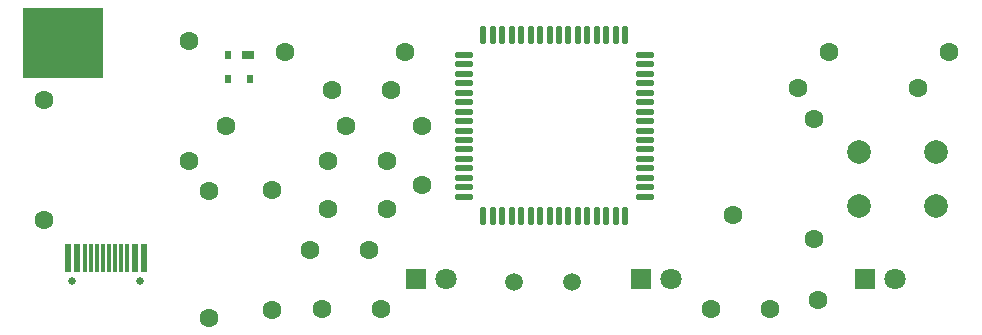
<source format=gbr>
%TF.GenerationSoftware,KiCad,Pcbnew,9.0.2*%
%TF.CreationDate,2025-06-17T12:36:07-07:00*%
%TF.ProjectId,controller,636f6e74-726f-46c6-9c65-722e6b696361,rev?*%
%TF.SameCoordinates,Original*%
%TF.FileFunction,Soldermask,Top*%
%TF.FilePolarity,Negative*%
%FSLAX46Y46*%
G04 Gerber Fmt 4.6, Leading zero omitted, Abs format (unit mm)*
G04 Created by KiCad (PCBNEW 9.0.2) date 2025-06-17 12:36:07*
%MOMM*%
%LPD*%
G01*
G04 APERTURE LIST*
G04 Aperture macros list*
%AMRoundRect*
0 Rectangle with rounded corners*
0 $1 Rounding radius*
0 $2 $3 $4 $5 $6 $7 $8 $9 X,Y pos of 4 corners*
0 Add a 4 corners polygon primitive as box body*
4,1,4,$2,$3,$4,$5,$6,$7,$8,$9,$2,$3,0*
0 Add four circle primitives for the rounded corners*
1,1,$1+$1,$2,$3*
1,1,$1+$1,$4,$5*
1,1,$1+$1,$6,$7*
1,1,$1+$1,$8,$9*
0 Add four rect primitives between the rounded corners*
20,1,$1+$1,$2,$3,$4,$5,0*
20,1,$1+$1,$4,$5,$6,$7,0*
20,1,$1+$1,$6,$7,$8,$9,0*
20,1,$1+$1,$8,$9,$2,$3,0*%
G04 Aperture macros list end*
%ADD10C,1.600000*%
%ADD11R,6.750000X6.000000*%
%ADD12R,1.000000X0.700000*%
%ADD13R,0.600000X0.700000*%
%ADD14C,2.000000*%
%ADD15RoundRect,0.137500X-0.600000X-0.137500X0.600000X-0.137500X0.600000X0.137500X-0.600000X0.137500X0*%
%ADD16RoundRect,0.137500X-0.137500X-0.600000X0.137500X-0.600000X0.137500X0.600000X-0.137500X0.600000X0*%
%ADD17R,1.800000X1.800000*%
%ADD18C,1.800000*%
%ADD19C,1.500000*%
%ADD20C,0.650000*%
%ADD21R,0.600000X2.450000*%
%ADD22R,0.300000X2.450000*%
G04 APERTURE END LIST*
D10*
X126000000Y-97500000D03*
X131000000Y-97500000D03*
X169000000Y-101750000D03*
X161815795Y-94565795D03*
X127000000Y-102500000D03*
X132000000Y-102500000D03*
D11*
X105125000Y-80000000D03*
D10*
X118920000Y-87000000D03*
X129080000Y-87000000D03*
D12*
X120750000Y-81000000D03*
D13*
X119050000Y-81000000D03*
X119050000Y-83000000D03*
X120950000Y-83000000D03*
D14*
X172500000Y-89250000D03*
X179000000Y-89250000D03*
X172500000Y-93750000D03*
X179000000Y-93750000D03*
D10*
X134065000Y-80730000D03*
X123905000Y-80730000D03*
X127900000Y-84000000D03*
X132900000Y-84000000D03*
D15*
X139037500Y-81000000D03*
X139037500Y-81800000D03*
X139037500Y-82600000D03*
X139037500Y-83400000D03*
X139037500Y-84200000D03*
X139037500Y-85000000D03*
X139037500Y-85800000D03*
X139037500Y-86600000D03*
X139037500Y-87400000D03*
X139037500Y-88200000D03*
X139037500Y-89000000D03*
X139037500Y-89800000D03*
X139037500Y-90600000D03*
X139037500Y-91400000D03*
X139037500Y-92200000D03*
X139037500Y-93000000D03*
D16*
X140700000Y-94662500D03*
X141500000Y-94662500D03*
X142300000Y-94662500D03*
X143100000Y-94662500D03*
X143900000Y-94662500D03*
X144700000Y-94662500D03*
X145500000Y-94662500D03*
X146300000Y-94662500D03*
X147100000Y-94662500D03*
X147900000Y-94662500D03*
X148700000Y-94662500D03*
X149500000Y-94662500D03*
X150300000Y-94662500D03*
X151100000Y-94662500D03*
X151900000Y-94662500D03*
X152700000Y-94662500D03*
D15*
X154362500Y-93000000D03*
X154362500Y-92200000D03*
X154362500Y-91400000D03*
X154362500Y-90600000D03*
X154362500Y-89800000D03*
X154362500Y-89000000D03*
X154362500Y-88200000D03*
X154362500Y-87400000D03*
X154362500Y-86600000D03*
X154362500Y-85800000D03*
X154362500Y-85000000D03*
X154362500Y-84200000D03*
X154362500Y-83400000D03*
X154362500Y-82600000D03*
X154362500Y-81800000D03*
X154362500Y-81000000D03*
D16*
X152700000Y-79337500D03*
X151900000Y-79337500D03*
X151100000Y-79337500D03*
X150300000Y-79337500D03*
X149500000Y-79337500D03*
X148700000Y-79337500D03*
X147900000Y-79337500D03*
X147100000Y-79337500D03*
X146300000Y-79337500D03*
X145500000Y-79337500D03*
X144700000Y-79337500D03*
X143900000Y-79337500D03*
X143100000Y-79337500D03*
X142300000Y-79337500D03*
X141500000Y-79337500D03*
X140700000Y-79337500D03*
D17*
X173000000Y-100000000D03*
D18*
X175540000Y-100000000D03*
D10*
X127500000Y-90000000D03*
X132500000Y-90000000D03*
D19*
X148190000Y-100250000D03*
X143310000Y-100250000D03*
D10*
X168700000Y-86420000D03*
X168700000Y-96580000D03*
D17*
X154000000Y-100000000D03*
D18*
X156540000Y-100000000D03*
D10*
X122800000Y-92430000D03*
X122800000Y-102590000D03*
X127500000Y-94050000D03*
X132500000Y-94050000D03*
X177500000Y-83800000D03*
X167340000Y-83800000D03*
D20*
X105860000Y-100150000D03*
X111640000Y-100150000D03*
D21*
X105525000Y-98205000D03*
X106300000Y-98205000D03*
D22*
X107000000Y-98205000D03*
X107500000Y-98205000D03*
X108000000Y-98205000D03*
X108500000Y-98205000D03*
X109000000Y-98205000D03*
X109500000Y-98205000D03*
X110000000Y-98205000D03*
X110500000Y-98205000D03*
D21*
X111200000Y-98205000D03*
X111975000Y-98205000D03*
D10*
X103500000Y-95000000D03*
X103500000Y-84840000D03*
X115750000Y-90000000D03*
X115750000Y-79840000D03*
D17*
X135000000Y-100000000D03*
D18*
X137540000Y-100000000D03*
D10*
X117500000Y-92500000D03*
X117500000Y-103230000D03*
X170000000Y-80750000D03*
X180160000Y-80750000D03*
X160000000Y-102500000D03*
X165000000Y-102500000D03*
X135500000Y-87000000D03*
X135500000Y-92000000D03*
M02*

</source>
